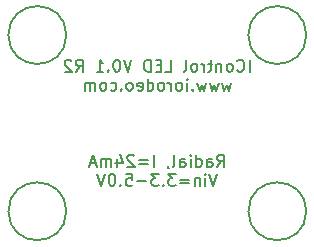
<source format=gbo>
%TF.GenerationSoftware,KiCad,Pcbnew,7.0.8-7.0.8~ubuntu22.04.1*%
%TF.CreationDate,2023-11-26T09:46:39-08:00*%
%TF.ProjectId,radial_24mA,72616469-616c-45f3-9234-6d412e6b6963,rev?*%
%TF.SameCoordinates,Original*%
%TF.FileFunction,Legend,Bot*%
%TF.FilePolarity,Positive*%
%FSLAX46Y46*%
G04 Gerber Fmt 4.6, Leading zero omitted, Abs format (unit mm)*
G04 Created by KiCad (PCBNEW 7.0.8-7.0.8~ubuntu22.04.1) date 2023-11-26 09:46:39*
%MOMM*%
%LPD*%
G01*
G04 APERTURE LIST*
%ADD10C,0.150000*%
G04 APERTURE END LIST*
D10*
X70509524Y-55634819D02*
X70509524Y-54634819D01*
X69461906Y-55539580D02*
X69509525Y-55587200D01*
X69509525Y-55587200D02*
X69652382Y-55634819D01*
X69652382Y-55634819D02*
X69747620Y-55634819D01*
X69747620Y-55634819D02*
X69890477Y-55587200D01*
X69890477Y-55587200D02*
X69985715Y-55491961D01*
X69985715Y-55491961D02*
X70033334Y-55396723D01*
X70033334Y-55396723D02*
X70080953Y-55206247D01*
X70080953Y-55206247D02*
X70080953Y-55063390D01*
X70080953Y-55063390D02*
X70033334Y-54872914D01*
X70033334Y-54872914D02*
X69985715Y-54777676D01*
X69985715Y-54777676D02*
X69890477Y-54682438D01*
X69890477Y-54682438D02*
X69747620Y-54634819D01*
X69747620Y-54634819D02*
X69652382Y-54634819D01*
X69652382Y-54634819D02*
X69509525Y-54682438D01*
X69509525Y-54682438D02*
X69461906Y-54730057D01*
X68890477Y-55634819D02*
X68985715Y-55587200D01*
X68985715Y-55587200D02*
X69033334Y-55539580D01*
X69033334Y-55539580D02*
X69080953Y-55444342D01*
X69080953Y-55444342D02*
X69080953Y-55158628D01*
X69080953Y-55158628D02*
X69033334Y-55063390D01*
X69033334Y-55063390D02*
X68985715Y-55015771D01*
X68985715Y-55015771D02*
X68890477Y-54968152D01*
X68890477Y-54968152D02*
X68747620Y-54968152D01*
X68747620Y-54968152D02*
X68652382Y-55015771D01*
X68652382Y-55015771D02*
X68604763Y-55063390D01*
X68604763Y-55063390D02*
X68557144Y-55158628D01*
X68557144Y-55158628D02*
X68557144Y-55444342D01*
X68557144Y-55444342D02*
X68604763Y-55539580D01*
X68604763Y-55539580D02*
X68652382Y-55587200D01*
X68652382Y-55587200D02*
X68747620Y-55634819D01*
X68747620Y-55634819D02*
X68890477Y-55634819D01*
X68128572Y-54968152D02*
X68128572Y-55634819D01*
X68128572Y-55063390D02*
X68080953Y-55015771D01*
X68080953Y-55015771D02*
X67985715Y-54968152D01*
X67985715Y-54968152D02*
X67842858Y-54968152D01*
X67842858Y-54968152D02*
X67747620Y-55015771D01*
X67747620Y-55015771D02*
X67700001Y-55111009D01*
X67700001Y-55111009D02*
X67700001Y-55634819D01*
X67366667Y-54968152D02*
X66985715Y-54968152D01*
X67223810Y-54634819D02*
X67223810Y-55491961D01*
X67223810Y-55491961D02*
X67176191Y-55587200D01*
X67176191Y-55587200D02*
X67080953Y-55634819D01*
X67080953Y-55634819D02*
X66985715Y-55634819D01*
X66652381Y-55634819D02*
X66652381Y-54968152D01*
X66652381Y-55158628D02*
X66604762Y-55063390D01*
X66604762Y-55063390D02*
X66557143Y-55015771D01*
X66557143Y-55015771D02*
X66461905Y-54968152D01*
X66461905Y-54968152D02*
X66366667Y-54968152D01*
X65890476Y-55634819D02*
X65985714Y-55587200D01*
X65985714Y-55587200D02*
X66033333Y-55539580D01*
X66033333Y-55539580D02*
X66080952Y-55444342D01*
X66080952Y-55444342D02*
X66080952Y-55158628D01*
X66080952Y-55158628D02*
X66033333Y-55063390D01*
X66033333Y-55063390D02*
X65985714Y-55015771D01*
X65985714Y-55015771D02*
X65890476Y-54968152D01*
X65890476Y-54968152D02*
X65747619Y-54968152D01*
X65747619Y-54968152D02*
X65652381Y-55015771D01*
X65652381Y-55015771D02*
X65604762Y-55063390D01*
X65604762Y-55063390D02*
X65557143Y-55158628D01*
X65557143Y-55158628D02*
X65557143Y-55444342D01*
X65557143Y-55444342D02*
X65604762Y-55539580D01*
X65604762Y-55539580D02*
X65652381Y-55587200D01*
X65652381Y-55587200D02*
X65747619Y-55634819D01*
X65747619Y-55634819D02*
X65890476Y-55634819D01*
X64985714Y-55634819D02*
X65080952Y-55587200D01*
X65080952Y-55587200D02*
X65128571Y-55491961D01*
X65128571Y-55491961D02*
X65128571Y-54634819D01*
X63366666Y-55634819D02*
X63842856Y-55634819D01*
X63842856Y-55634819D02*
X63842856Y-54634819D01*
X63033332Y-55111009D02*
X62699999Y-55111009D01*
X62557142Y-55634819D02*
X63033332Y-55634819D01*
X63033332Y-55634819D02*
X63033332Y-54634819D01*
X63033332Y-54634819D02*
X62557142Y-54634819D01*
X62128570Y-55634819D02*
X62128570Y-54634819D01*
X62128570Y-54634819D02*
X61890475Y-54634819D01*
X61890475Y-54634819D02*
X61747618Y-54682438D01*
X61747618Y-54682438D02*
X61652380Y-54777676D01*
X61652380Y-54777676D02*
X61604761Y-54872914D01*
X61604761Y-54872914D02*
X61557142Y-55063390D01*
X61557142Y-55063390D02*
X61557142Y-55206247D01*
X61557142Y-55206247D02*
X61604761Y-55396723D01*
X61604761Y-55396723D02*
X61652380Y-55491961D01*
X61652380Y-55491961D02*
X61747618Y-55587200D01*
X61747618Y-55587200D02*
X61890475Y-55634819D01*
X61890475Y-55634819D02*
X62128570Y-55634819D01*
X60509522Y-54634819D02*
X60176189Y-55634819D01*
X60176189Y-55634819D02*
X59842856Y-54634819D01*
X59319046Y-54634819D02*
X59223808Y-54634819D01*
X59223808Y-54634819D02*
X59128570Y-54682438D01*
X59128570Y-54682438D02*
X59080951Y-54730057D01*
X59080951Y-54730057D02*
X59033332Y-54825295D01*
X59033332Y-54825295D02*
X58985713Y-55015771D01*
X58985713Y-55015771D02*
X58985713Y-55253866D01*
X58985713Y-55253866D02*
X59033332Y-55444342D01*
X59033332Y-55444342D02*
X59080951Y-55539580D01*
X59080951Y-55539580D02*
X59128570Y-55587200D01*
X59128570Y-55587200D02*
X59223808Y-55634819D01*
X59223808Y-55634819D02*
X59319046Y-55634819D01*
X59319046Y-55634819D02*
X59414284Y-55587200D01*
X59414284Y-55587200D02*
X59461903Y-55539580D01*
X59461903Y-55539580D02*
X59509522Y-55444342D01*
X59509522Y-55444342D02*
X59557141Y-55253866D01*
X59557141Y-55253866D02*
X59557141Y-55015771D01*
X59557141Y-55015771D02*
X59509522Y-54825295D01*
X59509522Y-54825295D02*
X59461903Y-54730057D01*
X59461903Y-54730057D02*
X59414284Y-54682438D01*
X59414284Y-54682438D02*
X59319046Y-54634819D01*
X58557141Y-55539580D02*
X58509522Y-55587200D01*
X58509522Y-55587200D02*
X58557141Y-55634819D01*
X58557141Y-55634819D02*
X58604760Y-55587200D01*
X58604760Y-55587200D02*
X58557141Y-55539580D01*
X58557141Y-55539580D02*
X58557141Y-55634819D01*
X57557142Y-55634819D02*
X58128570Y-55634819D01*
X57842856Y-55634819D02*
X57842856Y-54634819D01*
X57842856Y-54634819D02*
X57938094Y-54777676D01*
X57938094Y-54777676D02*
X58033332Y-54872914D01*
X58033332Y-54872914D02*
X58128570Y-54920533D01*
X55795237Y-55634819D02*
X56128570Y-55158628D01*
X56366665Y-55634819D02*
X56366665Y-54634819D01*
X56366665Y-54634819D02*
X55985713Y-54634819D01*
X55985713Y-54634819D02*
X55890475Y-54682438D01*
X55890475Y-54682438D02*
X55842856Y-54730057D01*
X55842856Y-54730057D02*
X55795237Y-54825295D01*
X55795237Y-54825295D02*
X55795237Y-54968152D01*
X55795237Y-54968152D02*
X55842856Y-55063390D01*
X55842856Y-55063390D02*
X55890475Y-55111009D01*
X55890475Y-55111009D02*
X55985713Y-55158628D01*
X55985713Y-55158628D02*
X56366665Y-55158628D01*
X55414284Y-54730057D02*
X55366665Y-54682438D01*
X55366665Y-54682438D02*
X55271427Y-54634819D01*
X55271427Y-54634819D02*
X55033332Y-54634819D01*
X55033332Y-54634819D02*
X54938094Y-54682438D01*
X54938094Y-54682438D02*
X54890475Y-54730057D01*
X54890475Y-54730057D02*
X54842856Y-54825295D01*
X54842856Y-54825295D02*
X54842856Y-54920533D01*
X54842856Y-54920533D02*
X54890475Y-55063390D01*
X54890475Y-55063390D02*
X55461903Y-55634819D01*
X55461903Y-55634819D02*
X54842856Y-55634819D01*
X68938094Y-56578152D02*
X68747618Y-57244819D01*
X68747618Y-57244819D02*
X68557142Y-56768628D01*
X68557142Y-56768628D02*
X68366666Y-57244819D01*
X68366666Y-57244819D02*
X68176190Y-56578152D01*
X67890475Y-56578152D02*
X67699999Y-57244819D01*
X67699999Y-57244819D02*
X67509523Y-56768628D01*
X67509523Y-56768628D02*
X67319047Y-57244819D01*
X67319047Y-57244819D02*
X67128571Y-56578152D01*
X66842856Y-56578152D02*
X66652380Y-57244819D01*
X66652380Y-57244819D02*
X66461904Y-56768628D01*
X66461904Y-56768628D02*
X66271428Y-57244819D01*
X66271428Y-57244819D02*
X66080952Y-56578152D01*
X65699999Y-57149580D02*
X65652380Y-57197200D01*
X65652380Y-57197200D02*
X65699999Y-57244819D01*
X65699999Y-57244819D02*
X65747618Y-57197200D01*
X65747618Y-57197200D02*
X65699999Y-57149580D01*
X65699999Y-57149580D02*
X65699999Y-57244819D01*
X65223809Y-57244819D02*
X65223809Y-56578152D01*
X65223809Y-56244819D02*
X65271428Y-56292438D01*
X65271428Y-56292438D02*
X65223809Y-56340057D01*
X65223809Y-56340057D02*
X65176190Y-56292438D01*
X65176190Y-56292438D02*
X65223809Y-56244819D01*
X65223809Y-56244819D02*
X65223809Y-56340057D01*
X64604762Y-57244819D02*
X64700000Y-57197200D01*
X64700000Y-57197200D02*
X64747619Y-57149580D01*
X64747619Y-57149580D02*
X64795238Y-57054342D01*
X64795238Y-57054342D02*
X64795238Y-56768628D01*
X64795238Y-56768628D02*
X64747619Y-56673390D01*
X64747619Y-56673390D02*
X64700000Y-56625771D01*
X64700000Y-56625771D02*
X64604762Y-56578152D01*
X64604762Y-56578152D02*
X64461905Y-56578152D01*
X64461905Y-56578152D02*
X64366667Y-56625771D01*
X64366667Y-56625771D02*
X64319048Y-56673390D01*
X64319048Y-56673390D02*
X64271429Y-56768628D01*
X64271429Y-56768628D02*
X64271429Y-57054342D01*
X64271429Y-57054342D02*
X64319048Y-57149580D01*
X64319048Y-57149580D02*
X64366667Y-57197200D01*
X64366667Y-57197200D02*
X64461905Y-57244819D01*
X64461905Y-57244819D02*
X64604762Y-57244819D01*
X63842857Y-57244819D02*
X63842857Y-56578152D01*
X63842857Y-56768628D02*
X63795238Y-56673390D01*
X63795238Y-56673390D02*
X63747619Y-56625771D01*
X63747619Y-56625771D02*
X63652381Y-56578152D01*
X63652381Y-56578152D02*
X63557143Y-56578152D01*
X63080952Y-57244819D02*
X63176190Y-57197200D01*
X63176190Y-57197200D02*
X63223809Y-57149580D01*
X63223809Y-57149580D02*
X63271428Y-57054342D01*
X63271428Y-57054342D02*
X63271428Y-56768628D01*
X63271428Y-56768628D02*
X63223809Y-56673390D01*
X63223809Y-56673390D02*
X63176190Y-56625771D01*
X63176190Y-56625771D02*
X63080952Y-56578152D01*
X63080952Y-56578152D02*
X62938095Y-56578152D01*
X62938095Y-56578152D02*
X62842857Y-56625771D01*
X62842857Y-56625771D02*
X62795238Y-56673390D01*
X62795238Y-56673390D02*
X62747619Y-56768628D01*
X62747619Y-56768628D02*
X62747619Y-57054342D01*
X62747619Y-57054342D02*
X62795238Y-57149580D01*
X62795238Y-57149580D02*
X62842857Y-57197200D01*
X62842857Y-57197200D02*
X62938095Y-57244819D01*
X62938095Y-57244819D02*
X63080952Y-57244819D01*
X61890476Y-57244819D02*
X61890476Y-56244819D01*
X61890476Y-57197200D02*
X61985714Y-57244819D01*
X61985714Y-57244819D02*
X62176190Y-57244819D01*
X62176190Y-57244819D02*
X62271428Y-57197200D01*
X62271428Y-57197200D02*
X62319047Y-57149580D01*
X62319047Y-57149580D02*
X62366666Y-57054342D01*
X62366666Y-57054342D02*
X62366666Y-56768628D01*
X62366666Y-56768628D02*
X62319047Y-56673390D01*
X62319047Y-56673390D02*
X62271428Y-56625771D01*
X62271428Y-56625771D02*
X62176190Y-56578152D01*
X62176190Y-56578152D02*
X61985714Y-56578152D01*
X61985714Y-56578152D02*
X61890476Y-56625771D01*
X61033333Y-57197200D02*
X61128571Y-57244819D01*
X61128571Y-57244819D02*
X61319047Y-57244819D01*
X61319047Y-57244819D02*
X61414285Y-57197200D01*
X61414285Y-57197200D02*
X61461904Y-57101961D01*
X61461904Y-57101961D02*
X61461904Y-56721009D01*
X61461904Y-56721009D02*
X61414285Y-56625771D01*
X61414285Y-56625771D02*
X61319047Y-56578152D01*
X61319047Y-56578152D02*
X61128571Y-56578152D01*
X61128571Y-56578152D02*
X61033333Y-56625771D01*
X61033333Y-56625771D02*
X60985714Y-56721009D01*
X60985714Y-56721009D02*
X60985714Y-56816247D01*
X60985714Y-56816247D02*
X61461904Y-56911485D01*
X60414285Y-57244819D02*
X60509523Y-57197200D01*
X60509523Y-57197200D02*
X60557142Y-57149580D01*
X60557142Y-57149580D02*
X60604761Y-57054342D01*
X60604761Y-57054342D02*
X60604761Y-56768628D01*
X60604761Y-56768628D02*
X60557142Y-56673390D01*
X60557142Y-56673390D02*
X60509523Y-56625771D01*
X60509523Y-56625771D02*
X60414285Y-56578152D01*
X60414285Y-56578152D02*
X60271428Y-56578152D01*
X60271428Y-56578152D02*
X60176190Y-56625771D01*
X60176190Y-56625771D02*
X60128571Y-56673390D01*
X60128571Y-56673390D02*
X60080952Y-56768628D01*
X60080952Y-56768628D02*
X60080952Y-57054342D01*
X60080952Y-57054342D02*
X60128571Y-57149580D01*
X60128571Y-57149580D02*
X60176190Y-57197200D01*
X60176190Y-57197200D02*
X60271428Y-57244819D01*
X60271428Y-57244819D02*
X60414285Y-57244819D01*
X59652380Y-57149580D02*
X59604761Y-57197200D01*
X59604761Y-57197200D02*
X59652380Y-57244819D01*
X59652380Y-57244819D02*
X59699999Y-57197200D01*
X59699999Y-57197200D02*
X59652380Y-57149580D01*
X59652380Y-57149580D02*
X59652380Y-57244819D01*
X58747619Y-57197200D02*
X58842857Y-57244819D01*
X58842857Y-57244819D02*
X59033333Y-57244819D01*
X59033333Y-57244819D02*
X59128571Y-57197200D01*
X59128571Y-57197200D02*
X59176190Y-57149580D01*
X59176190Y-57149580D02*
X59223809Y-57054342D01*
X59223809Y-57054342D02*
X59223809Y-56768628D01*
X59223809Y-56768628D02*
X59176190Y-56673390D01*
X59176190Y-56673390D02*
X59128571Y-56625771D01*
X59128571Y-56625771D02*
X59033333Y-56578152D01*
X59033333Y-56578152D02*
X58842857Y-56578152D01*
X58842857Y-56578152D02*
X58747619Y-56625771D01*
X58176190Y-57244819D02*
X58271428Y-57197200D01*
X58271428Y-57197200D02*
X58319047Y-57149580D01*
X58319047Y-57149580D02*
X58366666Y-57054342D01*
X58366666Y-57054342D02*
X58366666Y-56768628D01*
X58366666Y-56768628D02*
X58319047Y-56673390D01*
X58319047Y-56673390D02*
X58271428Y-56625771D01*
X58271428Y-56625771D02*
X58176190Y-56578152D01*
X58176190Y-56578152D02*
X58033333Y-56578152D01*
X58033333Y-56578152D02*
X57938095Y-56625771D01*
X57938095Y-56625771D02*
X57890476Y-56673390D01*
X57890476Y-56673390D02*
X57842857Y-56768628D01*
X57842857Y-56768628D02*
X57842857Y-57054342D01*
X57842857Y-57054342D02*
X57890476Y-57149580D01*
X57890476Y-57149580D02*
X57938095Y-57197200D01*
X57938095Y-57197200D02*
X58033333Y-57244819D01*
X58033333Y-57244819D02*
X58176190Y-57244819D01*
X57414285Y-57244819D02*
X57414285Y-56578152D01*
X57414285Y-56673390D02*
X57366666Y-56625771D01*
X57366666Y-56625771D02*
X57271428Y-56578152D01*
X57271428Y-56578152D02*
X57128571Y-56578152D01*
X57128571Y-56578152D02*
X57033333Y-56625771D01*
X57033333Y-56625771D02*
X56985714Y-56721009D01*
X56985714Y-56721009D02*
X56985714Y-57244819D01*
X56985714Y-56721009D02*
X56938095Y-56625771D01*
X56938095Y-56625771D02*
X56842857Y-56578152D01*
X56842857Y-56578152D02*
X56700000Y-56578152D01*
X56700000Y-56578152D02*
X56604761Y-56625771D01*
X56604761Y-56625771D02*
X56557142Y-56721009D01*
X56557142Y-56721009D02*
X56557142Y-57244819D01*
X67771428Y-63684819D02*
X68104761Y-63208628D01*
X68342856Y-63684819D02*
X68342856Y-62684819D01*
X68342856Y-62684819D02*
X67961904Y-62684819D01*
X67961904Y-62684819D02*
X67866666Y-62732438D01*
X67866666Y-62732438D02*
X67819047Y-62780057D01*
X67819047Y-62780057D02*
X67771428Y-62875295D01*
X67771428Y-62875295D02*
X67771428Y-63018152D01*
X67771428Y-63018152D02*
X67819047Y-63113390D01*
X67819047Y-63113390D02*
X67866666Y-63161009D01*
X67866666Y-63161009D02*
X67961904Y-63208628D01*
X67961904Y-63208628D02*
X68342856Y-63208628D01*
X66914285Y-63684819D02*
X66914285Y-63161009D01*
X66914285Y-63161009D02*
X66961904Y-63065771D01*
X66961904Y-63065771D02*
X67057142Y-63018152D01*
X67057142Y-63018152D02*
X67247618Y-63018152D01*
X67247618Y-63018152D02*
X67342856Y-63065771D01*
X66914285Y-63637200D02*
X67009523Y-63684819D01*
X67009523Y-63684819D02*
X67247618Y-63684819D01*
X67247618Y-63684819D02*
X67342856Y-63637200D01*
X67342856Y-63637200D02*
X67390475Y-63541961D01*
X67390475Y-63541961D02*
X67390475Y-63446723D01*
X67390475Y-63446723D02*
X67342856Y-63351485D01*
X67342856Y-63351485D02*
X67247618Y-63303866D01*
X67247618Y-63303866D02*
X67009523Y-63303866D01*
X67009523Y-63303866D02*
X66914285Y-63256247D01*
X66009523Y-63684819D02*
X66009523Y-62684819D01*
X66009523Y-63637200D02*
X66104761Y-63684819D01*
X66104761Y-63684819D02*
X66295237Y-63684819D01*
X66295237Y-63684819D02*
X66390475Y-63637200D01*
X66390475Y-63637200D02*
X66438094Y-63589580D01*
X66438094Y-63589580D02*
X66485713Y-63494342D01*
X66485713Y-63494342D02*
X66485713Y-63208628D01*
X66485713Y-63208628D02*
X66438094Y-63113390D01*
X66438094Y-63113390D02*
X66390475Y-63065771D01*
X66390475Y-63065771D02*
X66295237Y-63018152D01*
X66295237Y-63018152D02*
X66104761Y-63018152D01*
X66104761Y-63018152D02*
X66009523Y-63065771D01*
X65533332Y-63684819D02*
X65533332Y-63018152D01*
X65533332Y-62684819D02*
X65580951Y-62732438D01*
X65580951Y-62732438D02*
X65533332Y-62780057D01*
X65533332Y-62780057D02*
X65485713Y-62732438D01*
X65485713Y-62732438D02*
X65533332Y-62684819D01*
X65533332Y-62684819D02*
X65533332Y-62780057D01*
X64628571Y-63684819D02*
X64628571Y-63161009D01*
X64628571Y-63161009D02*
X64676190Y-63065771D01*
X64676190Y-63065771D02*
X64771428Y-63018152D01*
X64771428Y-63018152D02*
X64961904Y-63018152D01*
X64961904Y-63018152D02*
X65057142Y-63065771D01*
X64628571Y-63637200D02*
X64723809Y-63684819D01*
X64723809Y-63684819D02*
X64961904Y-63684819D01*
X64961904Y-63684819D02*
X65057142Y-63637200D01*
X65057142Y-63637200D02*
X65104761Y-63541961D01*
X65104761Y-63541961D02*
X65104761Y-63446723D01*
X65104761Y-63446723D02*
X65057142Y-63351485D01*
X65057142Y-63351485D02*
X64961904Y-63303866D01*
X64961904Y-63303866D02*
X64723809Y-63303866D01*
X64723809Y-63303866D02*
X64628571Y-63256247D01*
X64009523Y-63684819D02*
X64104761Y-63637200D01*
X64104761Y-63637200D02*
X64152380Y-63541961D01*
X64152380Y-63541961D02*
X64152380Y-62684819D01*
X63580951Y-63637200D02*
X63580951Y-63684819D01*
X63580951Y-63684819D02*
X63628570Y-63780057D01*
X63628570Y-63780057D02*
X63676189Y-63827676D01*
X62390475Y-63684819D02*
X62390475Y-62684819D01*
X61914285Y-63161009D02*
X61152381Y-63161009D01*
X61152381Y-63446723D02*
X61914285Y-63446723D01*
X60723809Y-62780057D02*
X60676190Y-62732438D01*
X60676190Y-62732438D02*
X60580952Y-62684819D01*
X60580952Y-62684819D02*
X60342857Y-62684819D01*
X60342857Y-62684819D02*
X60247619Y-62732438D01*
X60247619Y-62732438D02*
X60200000Y-62780057D01*
X60200000Y-62780057D02*
X60152381Y-62875295D01*
X60152381Y-62875295D02*
X60152381Y-62970533D01*
X60152381Y-62970533D02*
X60200000Y-63113390D01*
X60200000Y-63113390D02*
X60771428Y-63684819D01*
X60771428Y-63684819D02*
X60152381Y-63684819D01*
X59295238Y-63018152D02*
X59295238Y-63684819D01*
X59533333Y-62637200D02*
X59771428Y-63351485D01*
X59771428Y-63351485D02*
X59152381Y-63351485D01*
X58771428Y-63684819D02*
X58771428Y-63018152D01*
X58771428Y-63113390D02*
X58723809Y-63065771D01*
X58723809Y-63065771D02*
X58628571Y-63018152D01*
X58628571Y-63018152D02*
X58485714Y-63018152D01*
X58485714Y-63018152D02*
X58390476Y-63065771D01*
X58390476Y-63065771D02*
X58342857Y-63161009D01*
X58342857Y-63161009D02*
X58342857Y-63684819D01*
X58342857Y-63161009D02*
X58295238Y-63065771D01*
X58295238Y-63065771D02*
X58200000Y-63018152D01*
X58200000Y-63018152D02*
X58057143Y-63018152D01*
X58057143Y-63018152D02*
X57961904Y-63065771D01*
X57961904Y-63065771D02*
X57914285Y-63161009D01*
X57914285Y-63161009D02*
X57914285Y-63684819D01*
X57485714Y-63399104D02*
X57009524Y-63399104D01*
X57580952Y-63684819D02*
X57247619Y-62684819D01*
X57247619Y-62684819D02*
X56914286Y-63684819D01*
X67771427Y-64294819D02*
X67438094Y-65294819D01*
X67438094Y-65294819D02*
X67104761Y-64294819D01*
X66771427Y-65294819D02*
X66771427Y-64628152D01*
X66771427Y-64294819D02*
X66819046Y-64342438D01*
X66819046Y-64342438D02*
X66771427Y-64390057D01*
X66771427Y-64390057D02*
X66723808Y-64342438D01*
X66723808Y-64342438D02*
X66771427Y-64294819D01*
X66771427Y-64294819D02*
X66771427Y-64390057D01*
X66295237Y-64628152D02*
X66295237Y-65294819D01*
X66295237Y-64723390D02*
X66247618Y-64675771D01*
X66247618Y-64675771D02*
X66152380Y-64628152D01*
X66152380Y-64628152D02*
X66009523Y-64628152D01*
X66009523Y-64628152D02*
X65914285Y-64675771D01*
X65914285Y-64675771D02*
X65866666Y-64771009D01*
X65866666Y-64771009D02*
X65866666Y-65294819D01*
X65390475Y-64771009D02*
X64628571Y-64771009D01*
X64628571Y-65056723D02*
X65390475Y-65056723D01*
X64247618Y-64294819D02*
X63628571Y-64294819D01*
X63628571Y-64294819D02*
X63961904Y-64675771D01*
X63961904Y-64675771D02*
X63819047Y-64675771D01*
X63819047Y-64675771D02*
X63723809Y-64723390D01*
X63723809Y-64723390D02*
X63676190Y-64771009D01*
X63676190Y-64771009D02*
X63628571Y-64866247D01*
X63628571Y-64866247D02*
X63628571Y-65104342D01*
X63628571Y-65104342D02*
X63676190Y-65199580D01*
X63676190Y-65199580D02*
X63723809Y-65247200D01*
X63723809Y-65247200D02*
X63819047Y-65294819D01*
X63819047Y-65294819D02*
X64104761Y-65294819D01*
X64104761Y-65294819D02*
X64199999Y-65247200D01*
X64199999Y-65247200D02*
X64247618Y-65199580D01*
X63199999Y-65199580D02*
X63152380Y-65247200D01*
X63152380Y-65247200D02*
X63199999Y-65294819D01*
X63199999Y-65294819D02*
X63247618Y-65247200D01*
X63247618Y-65247200D02*
X63199999Y-65199580D01*
X63199999Y-65199580D02*
X63199999Y-65294819D01*
X62819047Y-64294819D02*
X62200000Y-64294819D01*
X62200000Y-64294819D02*
X62533333Y-64675771D01*
X62533333Y-64675771D02*
X62390476Y-64675771D01*
X62390476Y-64675771D02*
X62295238Y-64723390D01*
X62295238Y-64723390D02*
X62247619Y-64771009D01*
X62247619Y-64771009D02*
X62200000Y-64866247D01*
X62200000Y-64866247D02*
X62200000Y-65104342D01*
X62200000Y-65104342D02*
X62247619Y-65199580D01*
X62247619Y-65199580D02*
X62295238Y-65247200D01*
X62295238Y-65247200D02*
X62390476Y-65294819D01*
X62390476Y-65294819D02*
X62676190Y-65294819D01*
X62676190Y-65294819D02*
X62771428Y-65247200D01*
X62771428Y-65247200D02*
X62819047Y-65199580D01*
X61771428Y-64913866D02*
X61009524Y-64913866D01*
X60057143Y-64294819D02*
X60533333Y-64294819D01*
X60533333Y-64294819D02*
X60580952Y-64771009D01*
X60580952Y-64771009D02*
X60533333Y-64723390D01*
X60533333Y-64723390D02*
X60438095Y-64675771D01*
X60438095Y-64675771D02*
X60200000Y-64675771D01*
X60200000Y-64675771D02*
X60104762Y-64723390D01*
X60104762Y-64723390D02*
X60057143Y-64771009D01*
X60057143Y-64771009D02*
X60009524Y-64866247D01*
X60009524Y-64866247D02*
X60009524Y-65104342D01*
X60009524Y-65104342D02*
X60057143Y-65199580D01*
X60057143Y-65199580D02*
X60104762Y-65247200D01*
X60104762Y-65247200D02*
X60200000Y-65294819D01*
X60200000Y-65294819D02*
X60438095Y-65294819D01*
X60438095Y-65294819D02*
X60533333Y-65247200D01*
X60533333Y-65247200D02*
X60580952Y-65199580D01*
X59580952Y-65199580D02*
X59533333Y-65247200D01*
X59533333Y-65247200D02*
X59580952Y-65294819D01*
X59580952Y-65294819D02*
X59628571Y-65247200D01*
X59628571Y-65247200D02*
X59580952Y-65199580D01*
X59580952Y-65199580D02*
X59580952Y-65294819D01*
X58914286Y-64294819D02*
X58819048Y-64294819D01*
X58819048Y-64294819D02*
X58723810Y-64342438D01*
X58723810Y-64342438D02*
X58676191Y-64390057D01*
X58676191Y-64390057D02*
X58628572Y-64485295D01*
X58628572Y-64485295D02*
X58580953Y-64675771D01*
X58580953Y-64675771D02*
X58580953Y-64913866D01*
X58580953Y-64913866D02*
X58628572Y-65104342D01*
X58628572Y-65104342D02*
X58676191Y-65199580D01*
X58676191Y-65199580D02*
X58723810Y-65247200D01*
X58723810Y-65247200D02*
X58819048Y-65294819D01*
X58819048Y-65294819D02*
X58914286Y-65294819D01*
X58914286Y-65294819D02*
X59009524Y-65247200D01*
X59009524Y-65247200D02*
X59057143Y-65199580D01*
X59057143Y-65199580D02*
X59104762Y-65104342D01*
X59104762Y-65104342D02*
X59152381Y-64913866D01*
X59152381Y-64913866D02*
X59152381Y-64675771D01*
X59152381Y-64675771D02*
X59104762Y-64485295D01*
X59104762Y-64485295D02*
X59057143Y-64390057D01*
X59057143Y-64390057D02*
X59009524Y-64342438D01*
X59009524Y-64342438D02*
X58914286Y-64294819D01*
X58295238Y-64294819D02*
X57961905Y-65294819D01*
X57961905Y-65294819D02*
X57628572Y-64294819D01*
%TO.C,M1*%
X54990000Y-52540000D02*
G75*
G03*
X54990000Y-52540000I-2450000J0D01*
G01*
%TO.C,M2*%
X75310000Y-52540000D02*
G75*
G03*
X75310000Y-52540000I-2450000J0D01*
G01*
%TO.C,M3*%
X75310000Y-67460000D02*
G75*
G03*
X75310000Y-67460000I-2450000J0D01*
G01*
%TO.C,M4*%
X54990000Y-67460000D02*
G75*
G03*
X54990000Y-67460000I-2450000J0D01*
G01*
%TD*%
M02*

</source>
